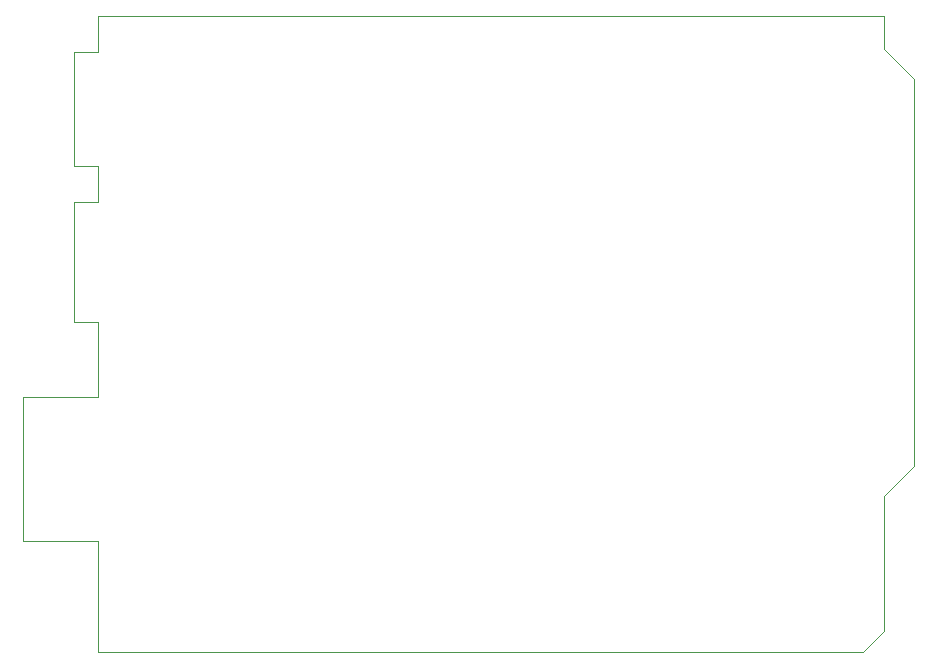
<source format=gbr>
%TF.GenerationSoftware,KiCad,Pcbnew,6.0.11+dfsg-1*%
%TF.CreationDate,2025-02-12T16:55:50+02:00*%
%TF.ProjectId,pet_puller_shield,7065745f-7075-46c6-9c65-725f73686965,rev?*%
%TF.SameCoordinates,Original*%
%TF.FileFunction,Profile,NP*%
%FSLAX46Y46*%
G04 Gerber Fmt 4.6, Leading zero omitted, Abs format (unit mm)*
G04 Created by KiCad (PCBNEW 6.0.11+dfsg-1) date 2025-02-12 16:55:50*
%MOMM*%
%LPD*%
G01*
G04 APERTURE LIST*
%TA.AperFunction,Profile*%
%ADD10C,0.100000*%
%TD*%
G04 APERTURE END LIST*
D10*
X189484000Y-85090000D02*
X192024000Y-87630000D01*
X120904000Y-108204000D02*
X120904000Y-98044000D01*
X122936000Y-136144000D02*
X122936000Y-126746000D01*
X120904000Y-85344000D02*
X122936000Y-85344000D01*
X122936000Y-114554000D02*
X122936000Y-109982000D01*
X122936000Y-85344000D02*
X122936000Y-82296000D01*
X122936000Y-109220000D02*
X122936000Y-108204000D01*
X122936000Y-94996000D02*
X120904000Y-94996000D01*
X122936000Y-98044000D02*
X122936000Y-94996000D01*
X116586000Y-126746000D02*
X116586000Y-114554000D01*
X120904000Y-94996000D02*
X120904000Y-85344000D01*
X189484000Y-82296000D02*
X189484000Y-85090000D01*
X192024000Y-120396000D02*
X189484000Y-122936000D01*
X122936000Y-126746000D02*
X116586000Y-126746000D01*
X187706000Y-136144000D02*
X122936000Y-136144000D01*
X192024000Y-87630000D02*
X192024000Y-120396000D01*
X122936000Y-82296000D02*
X189484000Y-82296000D01*
X120904000Y-98044000D02*
X122936000Y-98044000D01*
X189484000Y-122936000D02*
X189484000Y-134366000D01*
X189484000Y-134366000D02*
X187706000Y-136144000D01*
X116586000Y-114554000D02*
X122936000Y-114554000D01*
X122936000Y-109982000D02*
X122936000Y-109220000D01*
X122936000Y-108204000D02*
X120904000Y-108204000D01*
M02*

</source>
